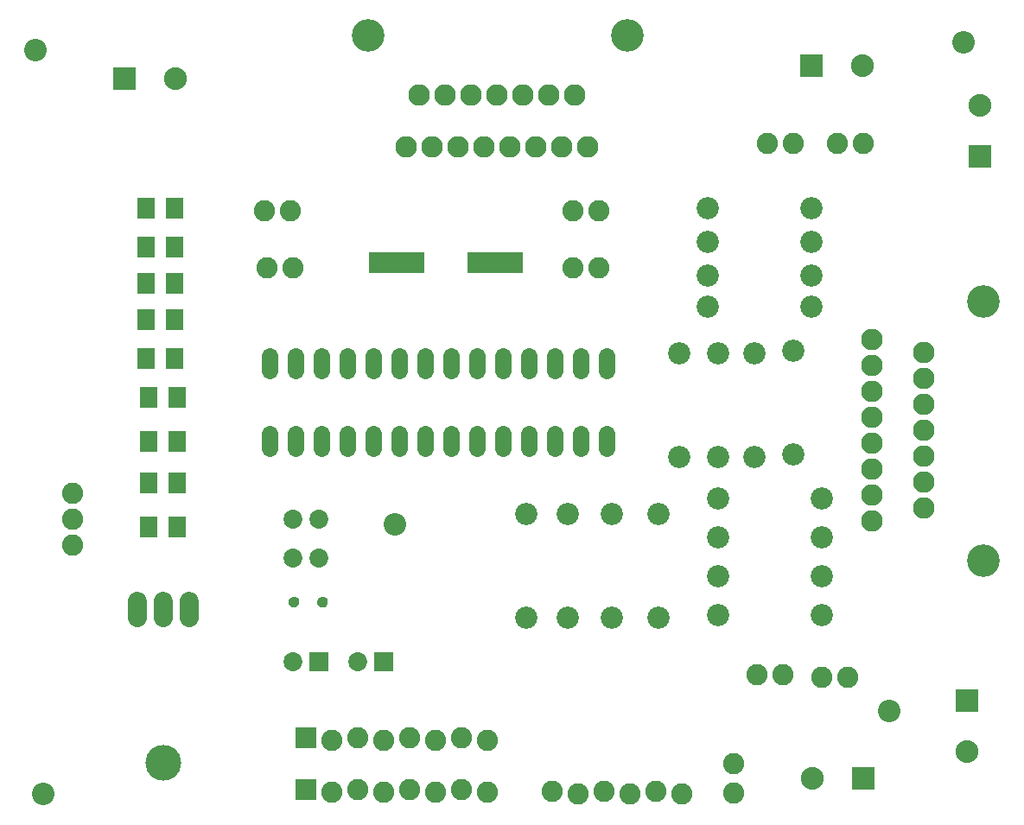
<source format=gts>
G75*
G70*
%OFA0B0*%
%FSLAX24Y24*%
%IPPOS*%
%LPD*%
%AMOC8*
5,1,8,0,0,1.08239X$1,22.5*
%
%ADD10C,0.0867*%
%ADD11C,0.0640*%
%ADD12R,0.2180X0.0840*%
%ADD13C,0.0730*%
%ADD14C,0.0720*%
%ADD15C,0.1380*%
%ADD16C,0.0050*%
%ADD17R,0.0730X0.0730*%
%ADD18R,0.0880X0.0880*%
%ADD19C,0.0880*%
%ADD20C,0.0820*%
%ADD21R,0.0710X0.0789*%
%ADD22C,0.1260*%
%ADD23C,0.0828*%
%ADD24C,0.0860*%
%ADD25R,0.0820X0.0820*%
D10*
X001488Y001488D03*
X015061Y011912D03*
X034101Y004701D03*
X036996Y030509D03*
X001188Y030209D03*
D11*
X010201Y018381D02*
X010201Y017821D01*
X011201Y017821D02*
X011201Y018381D01*
X012201Y018381D02*
X012201Y017821D01*
X013201Y017821D02*
X013201Y018381D01*
X014201Y018381D02*
X014201Y017821D01*
X015201Y017821D02*
X015201Y018381D01*
X016201Y018381D02*
X016201Y017821D01*
X017201Y017821D02*
X017201Y018381D01*
X018201Y018381D02*
X018201Y017821D01*
X019201Y017821D02*
X019201Y018381D01*
X020201Y018381D02*
X020201Y017821D01*
X021201Y017821D02*
X021201Y018381D01*
X022201Y018381D02*
X022201Y017821D01*
X023201Y017821D02*
X023201Y018381D01*
X023201Y015381D02*
X023201Y014821D01*
X022201Y014821D02*
X022201Y015381D01*
X021201Y015381D02*
X021201Y014821D01*
X020201Y014821D02*
X020201Y015381D01*
X019201Y015381D02*
X019201Y014821D01*
X018201Y014821D02*
X018201Y015381D01*
X017201Y015381D02*
X017201Y014821D01*
X016201Y014821D02*
X016201Y015381D01*
X015201Y015381D02*
X015201Y014821D01*
X014201Y014821D02*
X014201Y015381D01*
X013201Y015381D02*
X013201Y014821D01*
X012201Y014821D02*
X012201Y015381D01*
X011201Y015381D02*
X011201Y014821D01*
X010201Y014821D02*
X010201Y015381D01*
D12*
X015101Y022001D03*
X018901Y022001D03*
D13*
X012101Y012101D03*
X011101Y012101D03*
X011101Y010601D03*
X012101Y010601D03*
X011101Y006601D03*
X013601Y006601D03*
D14*
X007101Y008281D02*
X007101Y008921D01*
X006101Y008921D02*
X006101Y008281D01*
X005101Y008281D02*
X005101Y008921D01*
D15*
X006101Y002701D03*
D16*
X011042Y008763D02*
X011015Y008792D01*
X010994Y008826D01*
X010982Y008863D01*
X010978Y008903D01*
X010982Y008941D01*
X010996Y008977D01*
X011016Y009010D01*
X011044Y009037D01*
X011077Y009057D01*
X011113Y009070D01*
X011152Y009074D01*
X011190Y009070D01*
X011226Y009059D01*
X011259Y009039D01*
X011287Y009013D01*
X011308Y008981D01*
X011322Y008945D01*
X011327Y008907D01*
X011323Y008867D01*
X011311Y008829D01*
X011290Y008794D01*
X011263Y008765D01*
X011229Y008743D01*
X011192Y008728D01*
X011152Y008723D01*
X011112Y008728D01*
X011075Y008742D01*
X011042Y008763D01*
X011016Y008790D02*
X011287Y008790D01*
X011314Y008839D02*
X010990Y008839D01*
X010979Y008887D02*
X011325Y008887D01*
X011323Y008936D02*
X010982Y008936D01*
X011000Y008984D02*
X011306Y008984D01*
X011266Y009033D02*
X011039Y009033D01*
X011076Y008741D02*
X011226Y008741D01*
X012084Y008863D02*
X012080Y008903D01*
X012084Y008941D01*
X012098Y008977D01*
X012118Y009010D01*
X012146Y009037D01*
X012179Y009057D01*
X012215Y009070D01*
X012254Y009074D01*
X012292Y009070D01*
X012328Y009059D01*
X012361Y009039D01*
X012389Y009013D01*
X012410Y008981D01*
X012424Y008945D01*
X012429Y008907D01*
X012425Y008867D01*
X012413Y008829D01*
X012392Y008794D01*
X012365Y008765D01*
X012331Y008743D01*
X012294Y008728D01*
X012254Y008723D01*
X012214Y008728D01*
X012177Y008742D01*
X012144Y008763D01*
X012117Y008792D01*
X012096Y008826D01*
X012084Y008863D01*
X012081Y008887D02*
X012427Y008887D01*
X012425Y008936D02*
X012084Y008936D01*
X012102Y008984D02*
X012408Y008984D01*
X012368Y009033D02*
X012141Y009033D01*
X012092Y008839D02*
X012416Y008839D01*
X012389Y008790D02*
X012118Y008790D01*
X012178Y008741D02*
X012328Y008741D01*
D17*
X012101Y006601D03*
X014601Y006601D03*
D18*
X033101Y002101D03*
X037101Y005101D03*
X037601Y026101D03*
X031101Y029601D03*
X004601Y029101D03*
D19*
X006569Y029101D03*
X033069Y029601D03*
X037601Y028069D03*
X037101Y003132D03*
X031132Y002101D03*
D20*
X028101Y002671D03*
X028101Y001531D03*
X026101Y001501D03*
X025101Y001601D03*
X024101Y001501D03*
X023101Y001601D03*
X022101Y001501D03*
X021101Y001601D03*
X018601Y001551D03*
X017601Y001651D03*
X016601Y001551D03*
X015601Y001651D03*
X014601Y001551D03*
X013601Y001651D03*
X012601Y001551D03*
X012601Y003551D03*
X013601Y003651D03*
X014601Y003551D03*
X015601Y003651D03*
X016601Y003551D03*
X017601Y003651D03*
X018601Y003551D03*
X029001Y006101D03*
X030001Y006101D03*
X031501Y006001D03*
X032501Y006001D03*
X022901Y021801D03*
X021901Y021801D03*
X021901Y024001D03*
X022901Y024001D03*
X029401Y026601D03*
X030401Y026601D03*
X032101Y026601D03*
X033101Y026601D03*
X011001Y024001D03*
X010001Y024001D03*
X010101Y021801D03*
X011101Y021801D03*
X002601Y013101D03*
X002601Y012101D03*
X002601Y011101D03*
D21*
X005550Y011801D03*
X006652Y011801D03*
X006652Y013501D03*
X005550Y013501D03*
X005550Y015101D03*
X006652Y015101D03*
X006652Y016801D03*
X005550Y016801D03*
X005450Y018301D03*
X006552Y018301D03*
X006552Y019801D03*
X005450Y019801D03*
X005450Y021201D03*
X006552Y021201D03*
X006552Y022601D03*
X005450Y022601D03*
X005450Y024101D03*
X006552Y024101D03*
D22*
X014001Y030751D03*
X024001Y030751D03*
X037751Y020501D03*
X037751Y010501D03*
D23*
X035460Y012524D03*
X035460Y013524D03*
X035460Y014524D03*
X035460Y015524D03*
X035460Y016524D03*
X035460Y017524D03*
X035460Y018524D03*
X033460Y018024D03*
X033460Y019024D03*
X033460Y017024D03*
X033460Y016024D03*
X033460Y015024D03*
X033460Y014024D03*
X033460Y013024D03*
X033460Y012024D03*
X022477Y026460D03*
X021477Y026460D03*
X020477Y026460D03*
X019477Y026460D03*
X018477Y026460D03*
X017477Y026460D03*
X016477Y026460D03*
X015477Y026460D03*
X015977Y028460D03*
X016977Y028460D03*
X017977Y028460D03*
X018977Y028460D03*
X019977Y028460D03*
X020977Y028460D03*
X021977Y028460D03*
D24*
X027101Y024101D03*
X027101Y022801D03*
X027101Y021501D03*
X027101Y020301D03*
X027501Y018501D03*
X028901Y018501D03*
X030401Y018601D03*
X031101Y020301D03*
X031101Y021501D03*
X031101Y022801D03*
X031101Y024101D03*
X026001Y018501D03*
X026001Y014501D03*
X027501Y014501D03*
X028901Y014501D03*
X030401Y014601D03*
X031501Y012901D03*
X031501Y011401D03*
X031501Y009901D03*
X031501Y008401D03*
X027501Y008401D03*
X027501Y009901D03*
X027501Y011401D03*
X027501Y012901D03*
X025201Y012301D03*
X023401Y012301D03*
X021701Y012301D03*
X020101Y012301D03*
X020101Y008301D03*
X021701Y008301D03*
X023401Y008301D03*
X025201Y008301D03*
D25*
X011601Y003651D03*
X011601Y001651D03*
M02*

</source>
